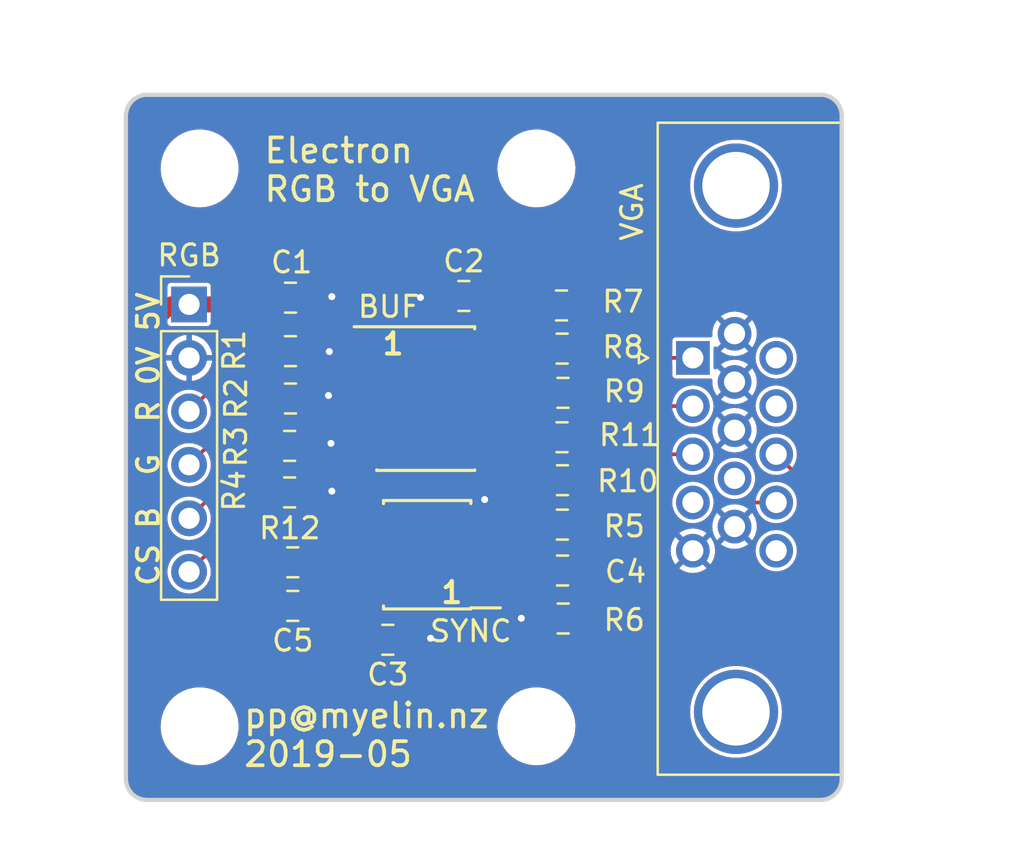
<source format=kicad_pcb>
(kicad_pcb (version 20221018) (generator pcbnew)
  (layers (0 "F.Cu" signal) (31 "B.Cu" signal) (34 "B.Paste" user) (35 "F.Paste" user) (36 "B.SilkS" user "B.Silkscreen") (37 "F.SilkS" user "F.Silkscreen") (38 "B.Mask" user) (39 "F.Mask" user) (44 "Edge.Cuts" user))
  (net 0 "")
  (net 1 "5V")
  (net 2 "R_in")
  (net 3 "G_in")
  (net 4 "B_in")
  (net 5 "CS_in")
  (net 6 "HS")
  (net 7 "VS")
  (net 8 "GND")
  (net 9 "VS_buf")
  (net 10 "HS_buf")
  (net 11 "CS_buf")
  (net 12 "B_buf")
  (net 13 "G_buf")
  (net 14 "R_buf")
  (net 15 "CS_coupled")
  (net 16 "CS_divided")
  (net 17 "RSET")
  (net 18 "R_out")
  (net 19 "G_out")
  (net 20 "HS_out")
  (net 21 "VS_out")
  (net 22 "B_out")
  (footprint "Package_SO:SSOP-20_4.4x6.5mm_P0.65mm" (layer "F.Cu") (at 125.24 75.97)
    (fp_text reference "BUF" (at -1.76 -4.4) (layer "F.SilkS"))
    (fp_text value "74HCT245PW")
    (fp_line (start -3.4 -3.45) (end 2.325 -3.45) (stroke (width 0.15)) (layer "F.SilkS"))
    (fp_line (start -2.325 3.375) (end -2.325 3.35) (stroke (width 0.15)) (layer "F.SilkS"))
    (fp_line (start -2.325 3.375) (end 2.325 3.375) (stroke (width 0.15)) (layer "F.SilkS"))
    (fp_line (start 2.325 -3.45) (end 2.325 -3.35) (stroke (width 0.15)) (layer "F.SilkS"))
    (fp_line (start 2.325 3.375) (end 2.325 3.35) (stroke (width 0.15)) (layer "F.SilkS"))
    (pad "1" smd rect (at -2.9 -2.925) (size 1 0.4) (layers "F.Cu" "F.Paste" "F.Mask") (net 1 "5V"))
    (pad "2" smd rect (at -2.9 -2.275) (size 1 0.4) (layers "F.Cu" "F.Paste" "F.Mask") (net 2 "R_in"))
    (pad "3" smd rect (at -2.9 -1.625) (size 1 0.4) (layers "F.Cu" "F.Paste" "F.Mask") (net 3 "G_in"))
    (pad "4" smd rect (at -2.9 -0.975) (size 1 0.4) (layers "F.Cu" "F.Paste" "F.Mask") (net 4 "B_in"))
    (pad "5" smd rect (at -2.9 -0.325) (size 1 0.4) (layers "F.Cu" "F.Paste" "F.Mask") (net 8 "GND"))
    (pad "6" smd rect (at -2.9 0.325) (size 1 0.4) (layers "F.Cu" "F.Paste" "F.Mask") (net 7 "VS"))
    (pad "7" smd rect (at -2.9 0.975) (size 1 0.4) (layers "F.Cu" "F.Paste" "F.Mask") (net 6 "HS"))
    (pad "8" smd rect (at -2.9 1.625) (size 1 0.4) (layers "F.Cu" "F.Paste" "F.Mask") (net 8 "GND"))
    (pad "9" smd rect (at -2.9 2.275) (size 1 0.4) (layers "F.Cu" "F.Paste" "F.Mask") (net 5 "CS_in"))
    (pad "10" smd rect (at -2.9 2.925) (size 1 0.4) (layers "F.Cu" "F.Paste" "F.Mask") (net 8 "GND"))
    (pad "11" smd rect (at 2.9 2.925) (size 1 0.4) (layers "F.Cu" "F.Paste" "F.Mask") (net 11 "CS_buf"))
    (pad "12" smd rect (at 2.9 2.275) (size 1 0.4) (layers "F.Cu" "F.Paste" "F.Mask"))
    (pad "13" smd rect (at 2.9 1.625) (size 1 0.4) (layers "F.Cu" "F.Paste" "F.Mask") (net 10 "HS_buf"))
    (pad "14" smd rect (at 2.9 0.975) (size 1 0.4) (layers "F.Cu" "F.Paste" "F.Mask") (net 9 "VS_buf"))
    (pad "15" smd rect (at 2.9 0.325) (size 1 0.4) (layers "F.Cu" "F.Paste" "F.Mask"))
    (pad "16" smd rect (at 2.9 -0.325) (size 1 0.4) (layers "F.Cu" "F.Paste" "F.Mask") (net 12 "B_buf"))
    (pad "17" smd rect (at 2.9 -0.975) (size 1 0.4) (layers "F.Cu" "F.Paste" "F.Mask") (net 13 "G_buf"))
    (pad "18" smd rect (at 2.9 -1.625) (size 1 0.4) (layers "F.Cu" "F.Paste" "F.Mask") (net 14 "R_buf"))
    (pad "19" smd rect (at 2.9 -2.275) (size 1 0.4) (layers "F.Cu" "F.Paste" "F.Mask") (net 8 "GND"))
    (pad "20" smd rect (at 2.9 -2.925) (size 1 0.4) (layers "F.Cu" "F.Paste" "F.Mask") (net 1 "5V"))
  )
  (footprint "Capacitor_SMD:C_0805_2012Metric_Pad1.15x1.40mm_HandSolder" (layer "F.Cu") (at 127.05 71.06)
    (fp_text reference "C2" (at 0 -1.65) (layer "F.SilkS"))
    (fp_text value "100n")
    (fp_line (start -0.261252 -0.71) (end 0.261252 -0.71) (stroke (width 0.12)) (layer "F.SilkS"))
    (fp_line (start -0.261252 0.71) (end 0.261252 0.71) (stroke (width 0.12)) (layer "F.SilkS"))
    (pad "1" smd roundrect (at -1.025 0) (size 1.15 1.4) (layers "F.Cu" "F.Paste" "F.Mask") (roundrect_rratio 0.217391) (net 8 "GND"))
    (pad "2" smd roundrect (at 1.025 0) (size 1.15 1.4) (layers "F.Cu" "F.Paste" "F.Mask") (roundrect_rratio 0.217391) (net 1 "5V"))
  )
  (footprint "Capacitor_SMD:C_0805_2012Metric_Pad1.15x1.40mm_HandSolder" (layer "F.Cu") (at 123.44 87.39 180)
    (fp_text reference "C3" (at 0 -1.65 180) (layer "F.SilkS"))
    (fp_text value "100n")
    (fp_line (start -0.261252 -0.71) (end 0.261252 -0.71) (stroke (width 0.12)) (layer "F.SilkS"))
    (fp_line (start -0.261252 0.71) (end 0.261252 0.71) (stroke (width 0.12)) (layer "F.SilkS"))
    (pad "1" smd roundrect (at -1.025 0 180) (size 1.15 1.4) (layers "F.Cu" "F.Paste" "F.Mask") (roundrect_rratio 0.217391) (net 8 "GND"))
    (pad "2" smd roundrect (at 1.025 0 180) (size 1.15 1.4) (layers "F.Cu" "F.Paste" "F.Mask") (roundrect_rratio 0.217391) (net 1 "5V"))
  )
  (footprint "Capacitor_SMD:C_0805_2012Metric_Pad1.15x1.40mm_HandSolder" (layer "F.Cu") (at 131.74 84.1 180)
    (fp_text reference "C4" (at -2.99 -0.06 180) (layer "F.SilkS"))
    (fp_text value "100n")
    (fp_line (start -0.261252 -0.71) (end 0.261252 -0.71) (stroke (width 0.12)) (layer "F.SilkS"))
    (fp_line (start -0.261252 0.71) (end 0.261252 0.71) (stroke (width 0.12)) (layer "F.SilkS"))
    (pad "1" smd roundrect (at -1.025 0 180) (size 1.15 1.4) (layers "F.Cu" "F.Paste" "F.Mask") (roundrect_rratio 0.217391) (net 16 "CS_divided"))
    (pad "2" smd roundrect (at 1.025 0 180) (size 1.15 1.4) (layers "F.Cu" "F.Paste" "F.Mask") (roundrect_rratio 0.217391) (net 15 "CS_coupled"))
  )
  (footprint "Capacitor_SMD:C_0805_2012Metric_Pad1.15x1.40mm_HandSolder" (layer "F.Cu") (at 118.925 85.78 180)
    (fp_text reference "C5" (at 0 -1.65 180) (layer "F.SilkS"))
    (fp_text value "100n")
    (fp_line (start -0.261252 -0.71) (end 0.261252 -0.71) (stroke (width 0.12)) (layer "F.SilkS"))
    (fp_line (start -0.261252 0.71) (end 0.261252 0.71) (stroke (width 0.12)) (layer "F.SilkS"))
    (pad "1" smd roundrect (at -1.025 0 180) (size 1.15 1.4) (layers "F.Cu" "F.Paste" "F.Mask") (roundrect_rratio 0.217391) (net 17 "RSET"))
    (pad "2" smd roundrect (at 1.025 0 180) (size 1.15 1.4) (layers "F.Cu" "F.Paste" "F.Mask") (roundrect_rratio 0.217391) (net 8 "GND"))
  )
  (footprint "Resistor_SMD:R_0805_2012Metric_Pad1.15x1.40mm_HandSolder" (layer "F.Cu") (at 118.815 73.68)
    (fp_text reference "R1" (at -2.675 -0.03 90) (layer "F.SilkS"))
    (fp_text value "10k NF")
    (fp_line (start -0.261252 -0.71) (end 0.261252 -0.71) (stroke (width 0.12)) (layer "F.SilkS"))
    (fp_line (start -0.261252 0.71) (end 0.261252 0.71) (stroke (width 0.12)) (layer "F.SilkS"))
    (pad "1" smd roundrect (at -1.025 0) (size 1.15 1.4) (layers "F.Cu" "F.Paste" "F.Mask") (roundrect_rratio 0.217391) (net 2 "R_in"))
    (pad "2" smd roundrect (at 1.025 0) (size 1.15 1.4) (layers "F.Cu" "F.Paste" "F.Mask") (roundrect_rratio 0.217391) (net 8 "GND"))
  )
  (footprint "Resistor_SMD:R_0805_2012Metric_Pad1.15x1.40mm_HandSolder" (layer "F.Cu") (at 118.815 75.93)
    (fp_text reference "R2" (at -2.585 0 90) (layer "F.SilkS"))
    (fp_text value "10k NF")
    (fp_line (start -0.261252 -0.71) (end 0.261252 -0.71) (stroke (width 0.12)) (layer "F.SilkS"))
    (fp_line (start -0.261252 0.71) (end 0.261252 0.71) (stroke (width 0.12)) (layer "F.SilkS"))
    (pad "1" smd roundrect (at -1.025 0) (size 1.15 1.4) (layers "F.Cu" "F.Paste" "F.Mask") (roundrect_rratio 0.217391) (net 3 "G_in"))
    (pad "2" smd roundrect (at 1.025 0) (size 1.15 1.4) (layers "F.Cu" "F.Paste" "F.Mask") (roundrect_rratio 0.217391) (net 8 "GND"))
  )
  (footprint "Resistor_SMD:R_0805_2012Metric_Pad1.15x1.40mm_HandSolder" (layer "F.Cu") (at 118.775 78.18)
    (fp_text reference "R3" (at -2.54714 0.03422 90) (layer "F.SilkS"))
    (fp_text value "10k NF")
    (fp_line (start -0.261252 -0.71) (end 0.261252 -0.71) (stroke (width 0.12)) (layer "F.SilkS"))
    (fp_line (start -0.261252 0.71) (end 0.261252 0.71) (stroke (width 0.12)) (layer "F.SilkS"))
    (pad "1" smd roundrect (at -1.025 0) (size 1.15 1.4) (layers "F.Cu" "F.Paste" "F.Mask") (roundrect_rratio 0.217391) (net 4 "B_in"))
    (pad "2" smd roundrect (at 1.025 0) (size 1.15 1.4) (layers "F.Cu" "F.Paste" "F.Mask") (roundrect_rratio 0.217391) (net 8 "GND"))
  )
  (footprint "Resistor_SMD:R_0805_2012Metric_Pad1.15x1.40mm_HandSolder" (layer "F.Cu") (at 118.775 80.39)
    (fp_text reference "R4" (at -2.63858 -0.07774 90) (layer "F.SilkS"))
    (fp_text value "10k NF")
    (fp_line (start -0.261252 -0.71) (end 0.261252 -0.71) (stroke (width 0.12)) (layer "F.SilkS"))
    (fp_line (start -0.261252 0.71) (end 0.261252 0.71) (stroke (width 0.12)) (layer "F.SilkS"))
    (pad "1" smd roundrect (at -1.025 0) (size 1.15 1.4) (layers "F.Cu" "F.Paste" "F.Mask") (roundrect_rratio 0.217391) (net 5 "CS_in"))
    (pad "2" smd roundrect (at 1.025 0) (size 1.15 1.4) (layers "F.Cu" "F.Paste" "F.Mask") (roundrect_rratio 0.217391) (net 8 "GND"))
  )
  (footprint "Resistor_SMD:R_0805_2012Metric_Pad1.15x1.40mm_HandSolder" (layer "F.Cu") (at 131.73 81.92)
    (fp_text reference "R5" (at 2.94 0.08) (layer "F.SilkS"))
    (fp_text value "4k TBD")
    (fp_line (start -0.261252 -0.71) (end 0.261252 -0.71) (stroke (width 0.12)) (layer "F.SilkS"))
    (fp_line (start -0.261252 0.71) (end 0.261252 0.71) (stroke (width 0.12)) (layer "F.SilkS"))
    (pad "1" smd roundrect (at -1.025 0) (size 1.15 1.4) (layers "F.Cu" "F.Paste" "F.Mask") (roundrect_rratio 0.217391) (net 11 "CS_buf"))
    (pad "2" smd roundrect (at 1.025 0) (size 1.15 1.4) (layers "F.Cu" "F.Paste" "F.Mask") (roundrect_rratio 0.217391) (net 16 "CS_divided"))
  )
  (footprint "Resistor_SMD:R_0805_2012Metric_Pad1.15x1.40mm_HandSolder" (layer "F.Cu") (at 131.72 73.56)
    (fp_text reference "R8" (at 2.89 -0.07) (layer "F.SilkS"))
    (fp_text value "480R")
    (fp_line (start -0.261252 -0.71) (end 0.261252 -0.71) (stroke (width 0.12)) (layer "F.SilkS"))
    (fp_line (start -0.261252 0.71) (end 0.261252 0.71) (stroke (width 0.12)) (layer "F.SilkS"))
    (pad "1" smd roundrect (at -1.025 0) (size 1.15 1.4) (layers "F.Cu" "F.Paste" "F.Mask") (roundrect_rratio 0.217391) (net 13 "G_buf"))
    (pad "2" smd roundrect (at 1.025 0) (size 1.15 1.4) (layers "F.Cu" "F.Paste" "F.Mask") (roundrect_rratio 0.217391) (net 19 "G_out"))
  )
  (footprint "Resistor_SMD:R_0805_2012Metric_Pad1.15x1.40mm_HandSolder" (layer "F.Cu") (at 131.76 75.66)
    (fp_text reference "R9" (at 2.91 -0.07) (layer "F.SilkS"))
    (fp_text value "480R")
    (fp_line (start -0.261252 -0.71) (end 0.261252 -0.71) (stroke (width 0.12)) (layer "F.SilkS"))
    (fp_line (start -0.261252 0.71) (end 0.261252 0.71) (stroke (width 0.12)) (layer "F.SilkS"))
    (pad "1" smd roundrect (at -1.025 0) (size 1.15 1.4) (layers "F.Cu" "F.Paste" "F.Mask") (roundrect_rratio 0.217391) (net 12 "B_buf"))
    (pad "2" smd roundrect (at 1.025 0) (size 1.15 1.4) (layers "F.Cu" "F.Paste" "F.Mask") (roundrect_rratio 0.217391) (net 22 "B_out"))
  )
  (footprint "Resistor_SMD:R_0805_2012Metric_Pad1.15x1.40mm_HandSolder" (layer "F.Cu") (at 131.735 79.81)
    (fp_text reference "R10" (at 3.1009 0.04506) (layer "F.SilkS"))
    (fp_text value "100R")
    (fp_line (start -0.261252 -0.71) (end 0.261252 -0.71) (stroke (width 0.12)) (layer "F.SilkS"))
    (fp_line (start -0.261252 0.71) (end 0.261252 0.71) (stroke (width 0.12)) (layer "F.SilkS"))
    (pad "1" smd roundrect (at -1.025 0) (size 1.15 1.4) (layers "F.Cu" "F.Paste" "F.Mask") (roundrect_rratio 0.217391) (net 10 "HS_buf"))
    (pad "2" smd roundrect (at 1.025 0) (size 1.15 1.4) (layers "F.Cu" "F.Paste" "F.Mask") (roundrect_rratio 0.217391) (net 20 "HS_out"))
  )
  (footprint "Resistor_SMD:R_0805_2012Metric_Pad1.15x1.40mm_HandSolder" (layer "F.Cu") (at 131.715 77.77)
    (fp_text reference "R11" (at 3.21234 -0.10442) (layer "F.SilkS"))
    (fp_text value "100R")
    (fp_line (start -0.261252 -0.71) (end 0.261252 -0.71) (stroke (width 0.12)) (layer "F.SilkS"))
    (fp_line (start -0.261252 0.71) (end 0.261252 0.71) (stroke (width 0.12)) (layer "F.SilkS"))
    (pad "1" smd roundrect (at -1.025 0) (size 1.15 1.4) (layers "F.Cu" "F.Paste" "F.Mask") (roundrect_rratio 0.217391) (net 9 "VS_buf"))
    (pad "2" smd roundrect (at 1.025 0) (size 1.15 1.4) (layers "F.Cu" "F.Paste" "F.Mask") (roundrect_rratio 0.217391) (net 21 "VS_out"))
  )
  (footprint "Resistor_SMD:R_0805_2012Metric_Pad1.15x1.40mm_HandSolder" (layer "F.Cu") (at 118.925 83.71 180)
    (fp_text reference "R12" (at 0.14444 1.61974 180) (layer "F.SilkS"))
    (fp_text value "681k 1%")
    (fp_line (start -0.261252 -0.71) (end 0.261252 -0.71) (stroke (width 0.12)) (layer "F.SilkS"))
    (fp_line (start -0.261252 0.71) (end 0.261252 0.71) (stroke (width 0.12)) (layer "F.SilkS"))
    (pad "1" smd roundrect (at -1.025 0 180) (size 1.15 1.4) (layers "F.Cu" "F.Paste" "F.Mask") (roundrect_rratio 0.217391) (net 17 "RSET"))
    (pad "2" smd roundrect (at 1.025 0 180) (size 1.15 1.4) (layers "F.Cu" "F.Paste" "F.Mask") (roundrect_rratio 0.217391) (net 8 "GND"))
  )
  (footprint "Package_SO:SOIC-8_3.9x4.9mm_P1.27mm" (layer "F.Cu") (at 125.31 83.35 180)
    (fp_text reference "SYNC" (at -2.07 -3.63 180) (layer "F.SilkS"))
    (fp_text value "EL1883")
    (fp_line (start -2.075 -2.575) (end -2.075 -2.525) (stroke (width 0.15)) (layer "F.SilkS"))
    (fp_line (start -2.075 -2.575) (end 2.075 -2.575) (stroke (width 0.15)) (layer "F.SilkS"))
    (fp_line (start -2.075 -2.525) (end -3.475 -2.525) (stroke (width 0.15)) (layer "F.SilkS"))
    (fp_line (start -2.075 2.575) (end -2.075 2.43) (stroke (width 0.15)) (layer "F.SilkS"))
    (fp_line (start -2.075 2.575) (end 2.075 2.575) (stroke (width 0.15)) (layer "F.SilkS"))
    (fp_line (start 2.075 -2.575) (end 2.075 -2.43) (stroke (width 0.15)) (layer "F.SilkS"))
    (fp_line (start 2.075 2.575) (end 2.075 2.43) (stroke (width 0.15)) (layer "F.SilkS"))
    (pad "1" smd rect (at -2.7 -1.905 180) (size 1.55 0.6) (layers "F.Cu" "F.Paste" "F.Mask"))
    (pad "2" smd rect (at -2.7 -0.635 180) (size 1.55 0.6) (layers "F.Cu" "F.Paste" "F.Mask") (net 15 "CS_coupled"))
    (pad "3" smd rect (at -2.7 0.635 180) (size 1.55 0.6) (layers "F.Cu" "F.Paste" "F.Mask") (net 7 "VS"))
    (pad "4" smd rect (at -2.7 1.905 180) (size 1.55 0.6) (layers "F.Cu" "F.Paste" "F.Mask") (net 8 "GND"))
    (pad "5" smd rect (at 2.7 1.905 180) (size 1.55 0.6) (layers "F.Cu" "F.Paste" "F.Mask"))
    (pad "6" smd rect (at 2.7 0.635 180) (size 1.55 0.6) (layers "F.Cu" "F.Paste" "F.Mask") (net 17 "RSET"))
    (pad "7" smd rect (at 2.7 -0.635 180) (size 1.55 0.6) (layers "F.Cu" "F.Paste" "F.Mask") (net 6 "HS"))
    (pad "8" smd rect (at 2.7 -1.905 180) (size 1.55 0.6) (layers "F.Cu" "F.Paste" "F.Mask") (net 1 "5V"))
  )
  (footprint "Resistor_SMD:R_0805_2012Metric_Pad1.15x1.40mm_HandSolder" (layer "F.Cu") (at 131.77 86.38 180)
    (fp_text reference "R6" (at -2.9 -0.07 180) (layer "F.SilkS"))
    (fp_text value "1k TBD")
    (fp_line (start -0.261252 -0.71) (end 0.261252 -0.71) (stroke (width 0.12)) (layer "F.SilkS"))
    (fp_line (start -0.261252 0.71) (end 0.261252 0.71) (stroke (width 0.12)) (layer "F.SilkS"))
    (pad "1" smd roundrect (at -1.025 0 180) (size 1.15 1.4) (layers "F.Cu" "F.Paste" "F.Mask") (roundrect_rratio 0.217391) (net 16 "CS_divided"))
    (pad "2" smd roundrect (at 1.025 0 180) (size 1.15 1.4) (layers "F.Cu" "F.Paste" "F.Mask") (roundrect_rratio 0.217391) (net 8 "GND"))
  )
  (footprint "Capacitor_SMD:C_0805_2012Metric_Pad1.15x1.40mm_HandSolder" (layer "F.Cu") (at 118.815 71.14 180)
    (fp_text reference "C1" (at -0.055 1.68 180) (layer "F.SilkS"))
    (fp_text value "10u")
    (fp_line (start -0.261252 -0.71) (end 0.261252 -0.71) (stroke (width 0.12)) (layer "F.SilkS"))
    (fp_line (start -0.261252 0.71) (end 0.261252 0.71) (stroke (width 0.12)) (layer "F.SilkS"))
    (pad "1" smd roundrect (at -1.025 0 180) (size 1.15 1.4) (layers "F.Cu" "F.Paste" "F.Mask") (roundrect_rratio 0.217391) (net 8 "GND"))
    (pad "2" smd roundrect (at 1.025 0 180) (size 1.15 1.4) (layers "F.Cu" "F.Paste" "F.Mask") (roundrect_rratio 0.217391) (net 1 "5V"))
  )
  (footprint "Connector_Dsub:DSUB-15-HD_Female_Horizontal_P2.29x1.98mm_EdgePinOffset3.03mm_Housed_MountingHolesOffset4.94mm" (layer "F.Cu") (at 137.93 74 90)
    (fp_text reference "VGA" (at 6.93 -2.89 90) (layer "F.SilkS"))
    (fp_text value "VGA")
    (fp_line (start -19.8 -1.67) (end 11.17 -1.67) (stroke (width 0.12)) (layer "F.SilkS"))
    (fp_line (start -19.8 6.93) (end -19.8 -1.67) (stroke (width 0.12)) (layer "F.SilkS"))
    (fp_line (start -0.25 -2.564338) (end 0.25 -2.564338) (stroke (width 0.12)) (layer "F.SilkS"))
    (fp_line (start 0 -2.131325) (end -0.25 -2.564338) (stroke (width 0.12)) (layer "F.SilkS"))
    (fp_line (start 0.25 -2.564338) (end 0 -2.131325) (stroke (width 0.12)) (layer "F.SilkS"))
    (fp_line (start 11.17 -1.67) (end 11.17 6.93) (stroke (width 0.12)) (layer "F.SilkS"))
    (pad "0" thru_hole circle (at -16.815 2.05 90) (size 4 4) (drill 3.2) (layers "*.Cu" "*.Mask"))
    (pad "0" thru_hole circle (at 8.185 2.05 90) (size 4 4) (drill 3.2) (layers "*.Cu" "*.Mask"))
    (pad "1" thru_hole rect (at 0 0 90) (size 1.6 1.6) (drill 1) (layers "*.Cu" "*.Mask") (net 18 "R_out"))
    (pad "2" thru_hole circle (at -2.29 0 90) (size 1.6 1.6) (drill 1) (layers "*.Cu" "*.Mask") (net 19 "G_out"))
    (pad "3" thru_hole circle (at -4.58 0 90) (size 1.6 1.6) (drill 1) (layers "*.Cu" "*.Mask") (net 22 "B_out"))
    (pad "4" thru_hole circle (at -6.87 0 90) (size 1.6 1.6) (drill 1) (layers "*.Cu" "*.Mask"))
    (pad "5" thru_hole circle (at -9.16 0 90) (size 1.6 1.6) (drill 1) (layers "*.Cu" "*.Mask") (net 8 "GND"))
    (pad "6" thru_hole circle (at 1.145 1.98 90) (size 1.6 1.6) (drill 1) (layers "*.Cu" "*.Mask") (net 8 "GND"))
    (pad "7" thru_hole circle (at -1.145 1.98 90) (size 1.6 1.6) (drill 1) (layers "*.Cu" "*.Mask") (net 8 "GND"))
    (pad "8" thru_hole circle (at -3.435 1.98 90) (size 1.6 1.6) (drill 1) (layers "*.Cu" "*.Mask") (net 8 "GND"))
    (pad "9" thru_hole circle (at -5.725 1.98 90) (size 1.6 1.6) (drill 1) (layers "*.Cu" "*.Mask"))
    (pad "10" thru_hole circle (at -8.015 1.98 90) (size 1.6 1.6) (drill 1) (layers "*.Cu" "*.Mask") (net 8 "GND"))
    (pad "11" thru_hole circle (at 0 3.96 90) (size 1.6 1.6) (drill 1) (layers "*.Cu" "*.Mask"))
    (pad "12" thru_hole circle (at -2.29 3.96 90) (size 1.6 1.6) (drill 1) (layers "*.Cu" "*.Mask"))
    (pad "13" thru_hole circle (at -4.58 3.96 90) (size 1.6 1.6) (drill 1) (layers "*.Cu" "*.Mask") (net 20 "HS_out"))
    (pad "14" thru_hole circle (at -6.87 3.96 90) (size 1.6 1.6) (drill 1) (layers "*.Cu" "*.Mask") (net 21 "VS_out"))
    (pad "15" thru_hole circle (at -9.16 3.96 90) (size 1.6 1.6) (drill 1) (layers "*.Cu" "*.Mask"))
  )
  (footprint "Connector_PinHeader_2.54mm:PinHeader_1x06_P2.54mm_Vertical" (layer "F.Cu") (at 114 71.46)
    (fp_text reference "RGB" (at 0 -2.33) (layer "F.SilkS"))
    (fp_text value "RGB")
    (fp_line (start -1.33 -1.33) (end 0 -1.33) (stroke (width 0.12)) (layer "F.SilkS"))
    (fp_line (start -1.33 0) (end -1.33 -1.33) (stroke (width 0.12)) (layer "F.SilkS"))
    (fp_line (start -1.33 1.27) (end -1.33 14.03) (stroke (width 0.12)) (layer "F.SilkS"))
    (fp_line (start -1.33 1.27) (end 1.33 1.27) (stroke (width 0.12)) (layer "F.SilkS"))
    (fp_line (start -1.33 14.03) (end 1.33 14.03) (stroke (width 0.12)) (layer "F.SilkS"))
    (fp_line (start 1.33 1.27) (end 1.33 14.03) (stroke (width 0.12)) (layer "F.SilkS"))
    (pad "1" thru_hole rect (at 0 0) (size 1.7 1.7) (drill 1) (layers "*.Cu" "*.Mask") (net 1 "5V"))
    (pad "2" thru_hole oval (at 0 2.54) (size 1.7 1.7) (drill 1) (layers "*.Cu" "*.Mask") (net 8 "GND"))
    (pad "3" thru_hole oval (at 0 5.08) (size 1.7 1.7) (drill 1) (layers "*.Cu" "*.Mask") (net 2 "R_in"))
    (pad "4" thru_hole oval (at 0 7.62) (size 1.7 1.7) (drill 1) (layers "*.Cu" "*.Mask") (net 3 "G_in"))
    (pad "5" thru_hole oval (at 0 10.16) (size 1.7 1.7) (drill 1) (layers "*.Cu" "*.Mask") (net 4 "B_in"))
    (pad "6" thru_hole oval (at 0 12.7) (size 1.7 1.7) (drill 1) (layers "*.Cu" "*.Mask") (net 5 "CS_in"))
  )
  (footprint "MountingHole:MountingHole_3.2mm_M3" (layer "F.Cu") (at 114.5 65)
    (fp_text reference "REF**" hide)
    (fp_text value "MountingHole_3.2mm_M3")
    (pad "" np_thru_hole circle (at 0 0) (size 3.2 3.2) (drill 3.2) (layers "*.Cu" "*.Mask"))
  )
  (footprint "MountingHole:MountingHole_3.2mm_M3" (layer "F.Cu") (at 114.5 91.5)
    (fp_text reference "REF**" hide)
    (fp_text value "MountingHole_3.2mm_M3")
    (pad "" np_thru_hole circle (at 0 0) (size 3.2 3.2) (drill 3.2) (layers "*.Cu" "*.Mask"))
  )
  (footprint "MountingHole:MountingHole_3.2mm_M3" (layer "F.Cu") (at 130.5 65)
    (fp_text reference "REF**" hide)
    (fp_text value "MountingHole_3.2mm_M3")
    (pad "" np_thru_hole circle (at 0 0) (size 3.2 3.2) (drill 3.2) (layers "*.Cu" "*.Mask"))
  )
  (footprint "MountingHole:MountingHole_3.2mm_M3" (layer "F.Cu") (at 130.5 91.5)
    (fp_text reference "REF**" hide)
    (fp_text value "MountingHole_3.2mm_M3")
    (pad "" np_thru_hole circle (at 0 0) (size 3.2 3.2) (drill 3.2) (layers "*.Cu" "*.Mask"))
  )
  (footprint "Resistor_SMD:R_0805_2012Metric_Pad1.15x1.40mm_HandSolder" (layer "F.Cu") (at 131.69 71.51)
    (fp_text reference "R7" (at 2.92 -0.18) (layer "F.SilkS"))
    (fp_text value "480R")
    (fp_line (start -0.261252 -0.71) (end 0.261252 -0.71) (stroke (width 0.12)) (layer "F.SilkS"))
    (fp_line (start -0.261252 0.71) (end 0.261252 0.71) (stroke (width 0.12)) (layer "F.SilkS"))
    (pad "1" smd roundrect (at -1.025 0) (size 1.15 1.4) (layers "F.Cu" "F.Paste" "F.Mask") (roundrect_rratio 0.217391) (net 14 "R_buf"))
    (pad "2" smd roundrect (at 1.025 0) (size 1.15 1.4) (layers "F.Cu" "F.Paste" "F.Mask") (roundrect_rratio 0.217391) (net 18 "R_out"))
  )
  (gr_arc (start 112 95) (mid 111.292893 94.707107) (end 111 94) (stroke (width 0.2)) (layer "Edge.Cuts"))
  (gr_line (start 144 95) (end 112 95) (stroke (width 0.2)) (layer "Edge.Cuts"))
  (gr_arc (start 144 61.5) (mid 144.707107 61.792893) (end 145 62.5) (stroke (width 0.2)) (layer "Edge.Cuts"))
  (gr_arc (start 111 62.5) (mid 111.292893 61.792893) (end 112 61.5) (stroke (width 0.2)) (layer "Edge.Cuts"))
  (gr_line (start 112 61.5) (end 144 61.5) (stroke (width 0.2)) (layer "Edge.Cuts"))
  (gr_arc (start 145 94) (mid 144.707107 94.707107) (end 144 95) (stroke (width 0.2)) (layer "Edge.Cuts"))
  (gr_line (start 111 94) (end 111 62.5) (stroke (width 0.2)) (layer "Edge.Cuts"))
  (gr_line (start 145 62.5) (end 145 94) (stroke (width 0.2)) (layer "Edge.Cuts"))
  (gr_text "pp@myelin.nz\n2019-05" (at 116.51 91.91) (layer "F.SilkS") (effects (font (size 1.143 1.143) (thickness 0.1778)) (justify left)))
  (gr_text "1" (at 126.48 85.15) (layer "F.SilkS") (effects (font (size 1 1) (thickness 0.2))))
  (gr_text "CS B  G  R 0V 5V" (at 112.06226 77.85354 90) (layer "F.SilkS") (effects (font (size 1 1) (thickness 0.1778))))
  (gr_text "1" (at 123.69 73.34) (layer "F.SilkS") (effects (font (size 1 1) (thickness 0.2))))
  (gr_text "Electron\nRGB to VGA" (at 117.48 65.07) (layer "F.SilkS") (effects (font (size 1.143 1.143) (thickness 0.1778)) (justify left)))
  (segment (start 122.61 85.255) (end 122.61 87.195) (width 0.508) (layer "F.Cu") (net 1))
  (segment (start 127.572001 69.152001) (end 128.08 69.66) (width 0.762) (layer "F.Cu") (net 1))
  (segment (start 120.53 88.25) (end 121.39 87.39) (width 0.762) (layer "F.Cu") (net 1))
  (segment (start 117.79 71.14) (end 118.75671 72.10671) (width 0.1778) (layer "F.Cu") (net 1))
  (segment (start 121.6622 73.045) (end 122.34 73.045) (width 0.1778) (layer "F.Cu") (net 1))
  (segment (start 127.532001 69.112001) (end 127.572001 69.152001) (width 0.762) (layer "F.Cu") (net 1))
  (segment (start 112.07 72.55) (end 112.07 84.8) (width 0.762) (layer "F.Cu") (net 1))
  (segment (start 120.72391 72.10671) (end 121.6622 73.045) (width 0.1778) (layer "F.Cu") (net 1))
  (segment (start 118.75671 72.10671) (end 120.72391 72.10671) (width 0.1778) (layer "F.Cu") (net 1))
  (segment (start 118.317999 69.112001) (end 127.532001 69.112001) (width 0.762) (layer "F.Cu") (net 1))
  (segment (start 117.79 69.64) (end 117.81 69.62) (width 0.762) (layer "F.Cu") (net 1))
  (segment (start 115.52 88.25) (end 120.53 88.25) (width 0.762) (layer "F.Cu") (net 1))
  (segment (start 117.79 71.14) (end 117.79 69.64) (width 0.762) (layer "F.Cu") (net 1))
  (segment (start 114 71.46) (end 117.47 71.46) (width 0.762) (layer "F.Cu") (net 1))
  (segment (start 117.81 69.62) (end 118.317999 69.112001) (width 0.762) (layer "F.Cu") (net 1))
  (segment (start 122.61 87.195) (end 122.415 87.39) (width 0.508) (layer "F.Cu") (net 1))
  (segment (start 114 71.46) (end 113.16 71.46) (width 0.762) (layer "F.Cu") (net 1))
  (segment (start 112.07 84.8) (end 115.52 88.25) (width 0.762) (layer "F.Cu") (net 1))
  (segment (start 128.075 71.06) (end 128.075 69.665) (width 0.762) (layer "F.Cu") (net 1))
  (segment (start 121.39 87.39) (end 122.415 87.39) (width 0.762) (layer "F.Cu") (net 1))
  (segment (start 128.075 69.665) (end 128.08 69.66) (width 0.762) (layer "F.Cu") (net 1))
  (segment (start 117.47 71.46) (end 117.79 71.14) (width 0.762) (layer "F.Cu") (net 1))
  (segment (start 128.075 71.06) (end 128.075 72.98) (width 0.508) (layer "F.Cu") (net 1))
  (segment (start 113.16 71.46) (end 112.07 72.55) (width 0.762) (layer "F.Cu") (net 1))
  (segment (start 128.075 72.98) (end 128.14 73.045) (width 0.508) (layer "F.Cu") (net 1))
  (segment (start 116.86 73.68) (end 117.79 73.68) (width 0.1778) (layer "F.Cu") (net 2))
  (segment (start 121.6622 73.695) (end 122.34 73.695) (width 0.1778) (layer "F.Cu") (net 2))
  (segment (start 114 76.54) (end 116.86 73.68) (width 0.1778) (layer "F.Cu") (net 2))
  (segment (start 120.68049 72.71329) (end 121.6622 73.695) (width 0.1778) (layer "F.Cu") (net 2))
  (segment (start 118.75671 72.71329) (end 120.68049 72.71329) (width 0.1778) (layer "F.Cu") (net 2))
  (segment (start 117.79 73.68) (end 118.75671 72.71329) (width 0.1778) (layer "F.Cu") (net 2))
  (segment (start 117.15 75.93) (end 117.79 75.93) (width 0.1778) (layer "F.Cu") (net 3))
  (segment (start 114 79.08) (end 117.15 75.93) (width 0.1778) (layer "F.Cu") (net 3))
  (segment (start 118.75671 74.96329) (end 120.67671 74.96329) (width 0.1778) (layer "F.Cu") (net 3))
  (segment (start 117.79 75.93) (end 118.75671 74.96329) (width 0.1778) (layer "F.Cu") (net 3))
  (segment (start 120.67671 74.96329) (end 121.295 74.345) (width 0.1778) (layer "F.Cu") (net 3))
  (segment (start 121.295 74.345) (end 122.34 74.345) (width 0.1778) (layer "F.Cu") (net 3))
  (segment (start 121.293102 76.11309) (end 121.293102 75.364098) (width 0.1778) (layer "F.Cu") (net 4))
  (segment (start 117.75 78.18) (end 118.71671 77.21329) (width 0.1778) (layer "F.Cu") (net 4))
  (segment (start 118.71671 77.21329) (end 120.192902 77.21329) (width 0.1778) (layer "F.Cu") (net 4))
  (segment (start 114 81.62) (end 117.44 78.18) (width 0.1778) (layer "F.Cu") (net 4))
  (segment (start 120.192902 77.21329) (end 121.293102 76.11309) (width 0.1778) (layer "F.Cu") (net 4))
  (segment (start 117.44 78.18) (end 117.75 78.18) (width 0.1778) (layer "F.Cu") (net 4))
  (segment (start 121.6622 74.995) (end 122.34 74.995) (width 0.1778) (layer "F.Cu") (net 4))
  (segment (start 121.293102 75.364098) (end 121.6622 74.995) (width 0.1778) (layer "F.Cu") (net 4))
  (segment (start 118.71671 79.42329) (end 120.372902 79.42329) (width 0.1778) (layer "F.Cu") (net 5))
  (segment (start 121.551192 78.245) (end 121.6622 78.245) (width 0.1778) (layer "F.Cu") (net 5))
  (segment (start 120.372902 79.42329) (end 121.551192 78.245) (width 0.1778) (layer "F.Cu") (net 5))
  (segment (start 117.75 80.39) (end 118.71671 79.42329) (width 0.1778) (layer "F.Cu") (net 5))
  (segment (start 121.6622 78.245) (end 122.34 78.245) (width 0.1778) (layer "F.Cu") (net 5))
  (segment (start 114 84.16) (end 117.75 80.41) (width 0.1778) (layer "F.Cu") (net 5))
  (segment (start 117.75 80.41) (end 117.75 80.39) (width 0.1778) (layer "F.Cu") (net 5))
  (segment (start 124.23 78.1572) (end 123.0178 76.945) (width 0.1778) (layer "F.Cu") (net 6))
  (segment (start 124.23 82.84) (end 124.23 78.1572) (width 0.1778) (layer "F.Cu") (net 6))
  (segment (start 122.61 83.985) (end 123.085 83.985) (width 0.1778) (layer "F.Cu") (net 6))
  (segment (start 123.0178 76.945) (end 122.34 76.945) (width 0.1778) (layer "F.Cu") (net 6))
  (segment (start 123.085 83.985) (end 124.23 82.84) (width 0.1778) (layer "F.Cu") (net 6))
  (segment (start 125.31 78) (end 125.31 81.09) (width 0.1778) (layer "F.Cu") (net 7))
  (segment (start 125.31 81.09) (end 126.935 82.715) (width 0.1778) (layer "F.Cu") (net 7))
  (segment (start 123.605 76.295) (end 125.31 78) (width 0.1778) (layer "F.Cu") (net 7))
  (segment (start 122.34 76.295) (end 123.605 76.295) (width 0.1778) (layer "F.Cu") (net 7))
  (segment (start 126.935 82.715) (end 128.01 82.715) (width 0.1778) (layer "F.Cu") (net 7))
  (segment (start 129.01 73.5028) (end 129.01 72.53) (width 0.1778) (layer "F.Cu") (net 8))
  (segment (start 122.34 77.595) (end 123.0178 77.595) (width 0.1778) (layer "F.Cu") (net 8))
  (segment (start 139.91 72.855) (end 139.91 73.29088) (width 0.508) (layer "F.Cu") (net 8))
  (segment (start 120.64 73.68) (end 120.66 73.7) (width 0.1778) (layer "F.Cu") (net 8))
  (segment (start 124.465 87.39) (end 125.4 87.39) (width 0.1778) (layer "F.Cu") (net 8))
  (segment (start 119.84 73.68) (end 120.64 73.68) (width 0.1778) (layer "F.Cu") (net 8))
  (segment (start 129.79 86.38) (end 129.78 86.37) (width 0.1778) (layer "F.Cu") (net 8))
  (segment (start 125.4 87.39) (end 125.47 87.32) (width 0.1778) (layer "F.Cu") (net 8))
  (segment (start 120.73 71.14) (end 120.78 71.09) (width 0.1778) (layer "F.Cu") (net 8))
  (segment (start 120.72 80.39) (end 120.78 80.33) (width 0.1778) (layer "F.Cu") (net 8))
  (segment (start 126.025 71.06) (end 125.06 71.06) (width 0.1778) (layer "F.Cu") (net 8))
  (segment (start 119.8 80.39) (end 120.72 80.39) (width 0.1778) (layer "F.Cu") (net 8))
  (segment (start 119.84 75.93) (end 120.48 75.93) (width 0.1778) (layer "F.Cu") (net 8))
  (segment (start 123.0178 77.595) (end 123.55 78.1272) (width 0.1778) (layer "F.Cu") (net 8))
  (segment (start 119.8 78.18) (end 120.62 78.18) (width 0.1778) (layer "F.Cu") (net 8))
  (segment (start 128.8178 73.695) (end 129.01 73.5028) (width 0.1778) (layer "F.Cu") (net 8))
  (segment (start 128.01 81.445) (end 128.01 80.76) (width 0.1778) (layer "F.Cu") (net 8))
  (segment (start 120.62 78.18) (end 120.74 78.06) (width 0.1778) (layer "F.Cu") (net 8))
  (segment (start 123.55 78.1272) (end 123.55 78.45) (width 0.1778) (layer "F.Cu") (net 8))
  (segment (start 128.14 73.695) (end 128.8178 73.695) (width 0.1778) (layer "F.Cu") (net 8))
  (segment (start 130.745 86.38) (end 129.79 86.38) (width 0.1778) (layer "F.Cu") (net 8))
  (segment (start 125.06 71.06) (end 124.99 71.13) (width 0.1778) (layer "F.Cu") (net 8))
  (segment (start 128.01 80.76) (end 128.04 80.73) (width 0.1778) (layer "F.Cu") (net 8))
  (segment (start 120.48 75.93) (end 120.62 75.79) (width 0.1778) (layer "F.Cu") (net 8))
  (segment (start 119.84 71.14) (end 120.73 71.14) (width 0.1778) (layer "F.Cu") (net 8))
  (via (at 120.78 80.33) (size 0.8128) (drill 0.3302) (layers "F.Cu" "B.Cu") (net 8))
  (via (at 120.66 73.7) (size 0.8128) (drill 0.3302) (layers "F.Cu" "B.Cu") (net 8))
  (via (at 128.04 80.73) (size 0.8128) (drill 0.3302) (layers "F.Cu" "B.Cu") (net 8))
  (via (at 124.99 71.13) (size 0.8128) (drill 0.3302) (layers "F.Cu" "B.Cu") (net 8))
  (via (at 129.78 86.37) (size 0.8128) (drill 0.3302) (layers "F.Cu" "B.Cu") (net 8))
  (via (at 125.47 87.32) (size 0.8128) (drill 0.3302) (layers "F.Cu" "B.Cu") (net 8))
  (via (at 120.62 75.79) (size 0.8128) (drill 0.3302) (layers "F.Cu" "B.Cu") (net 8))
  (via (at 120.74 78.06) (size 0.8128) (drill 0.3302) (layers "F.Cu" "B.Cu") (net 8))
  (via (at 120.78 71.09) (size 0.8128) (drill 0.3302) (layers "F.Cu" "B.Cu") (net 8))
  (segment (start 129.865 76.945) (end 130.69 77.77) (width 0.1778) (layer "F.Cu") (net 9))
  (segment (start 128.14 76.945) (end 129.865 76.945) (width 0.1778) (layer "F.Cu") (net 9))
  (segment (start 128.14 77.595) (end 128.8178 77.595) (width 0.1778) (layer "F.Cu") (net 10))
  (segment (start 129.31 78.0872) (end 129.31 78.41) (width 0.1778) (layer "F.Cu") (net 10))
  (segment (start 129.31 78.41) (end 130.71 79.81) (width 0.1778) (layer "F.Cu") (net 10))
  (segment (start 128.8178 77.595) (end 129.31 78.0872) (width 0.1778) (layer "F.Cu") (net 10))
  (segment (start 128.14 78.895) (end 128.14 79.355) (width 0.1778) (layer "F.Cu") (net 11))
  (segment (start 128.14 79.355) (end 130.705 81.92) (width 0.1778) (layer "F.Cu") (net 11))
  (segment (start 130.72 75.645) (end 130.735 75.66) (width 0.1778) (layer "F.Cu") (net 12))
  (segment (start 128.14 75.645) (end 130.72 75.645) (width 0.1778) (layer "F.Cu") (net 12))
  (segment (start 128.14 74.995) (end 129.26 74.995) (width 0.1778) (layer "F.Cu") (net 13))
  (segment (start 129.26 74.995) (end 130.695 73.56) (width 0.1778) (layer "F.Cu") (net 13))
  (segment (start 128.14 74.345) (end 128.8178 74.345) (width 0.1778) (layer "F.Cu") (net 14))
  (segment (start 128.8178 74.345) (end 129.45 73.7128) (width 0.1778) (layer "F.Cu") (net 14))
  (segment (start 129.45 72.725) (end 130.041628 72.133372) (width 0.1778) (layer "F.Cu") (net 14))
  (segment (start 129.45 73.7128) (end 129.45 72.725) (width 0.1778) (layer "F.Cu") (net 14))
  (segment (start 130.041628 72.133372) (end 130.665 71.51) (width 0.1778) (layer "F.Cu") (net 14))
  (segment (start 130.6 83.985) (end 130.715 84.1) (width 0.1778) (layer "F.Cu") (net 15))
  (segment (start 128.01 83.985) (end 130.6 83.985) (width 0.1778) (layer "F.Cu") (net 15))
  (segment (start 132.765 86.35) (end 132.795 86.38) (width 0.1778) (layer "F.Cu") (net 16))
  (segment (start 132.755 84.09) (end 132.765 84.1) (width 0.1778) (layer "F.Cu") (net 16))
  (segment (start 132.755 81.92) (end 132.755 84.09) (width 0.1778) (layer "F.Cu") (net 16))
  (segment (start 132.765 84.1) (end 132.765 86.35) (width 0.1778) (layer "F.Cu") (net 16))
  (segment (start 119.95 85.78) (end 119.95 83.71) (width 0.1778) (layer "F.Cu") (net 17))
  (segment (start 120.945 82.715) (end 122.61 82.715) (width 0.1778) (layer "F.Cu") (net 17))
  (segment (start 119.95 83.71) (end 120.945 82.715) (width 0.1778) (layer "F.Cu") (net 17))
  (segment (start 135.87 74) (end 137.93 74) (width 0.1778) (layer "F.Cu") (net 18))
  (segment (start 132.715 71.51) (end 133.38 71.51) (width 0.1778) (layer "F.Cu") (net 18))
  (segment (start 133.38 71.51) (end 135.87 74) (width 0.1778) (layer "F.Cu") (net 18))
  (segment (start 132.745 73.56) (end 133.34 73.56) (width 0.1778) (layer "F.Cu") (net 19))
  (segment (start 136.07 76.29) (end 137.93 76.29) (width 0.1778) (layer "F.Cu") (net 19))
  (segment (start 133.34 73.56) (end 136.07 76.29) (width 0.1778) (layer "F.Cu") (net 19))
  (segment (start 143.78 83.8) (end 143.78 80.47) (width 0.1778) (layer "F.Cu") (net 20))
  (segment (start 135.4 83.39) (end 136.95 84.94) (width 0.1778) (layer "F.Cu") (net 20))
  (segment (start 133.435 79.81) (end 135.4 81.775) (width 0.1778) (layer "F.Cu") (net 20))
  (segment (start 135.4 81.775) (end 135.4 83.39) (width 0.1778) (layer "F.Cu") (net 20))
  (segment (start 136.95 84.94) (end 142.64 84.94) (width 0.1778) (layer "F.Cu") (net 20))
  (segment (start 142.64 84.94) (end 143.78 83.8) (width 0.1778) (layer "F.Cu") (net 20))
  (segment (start 132.76 79.81) (end 133.435 79.81) (width 0.1778) (layer "F.Cu") (net 20))
  (segment (start 143.78 80.47) (end 141.89 78.58) (width 0.1778) (layer "F.Cu") (net 20))
  (segment (start 135.36 79.74) (end 138.378718 79.74) (width 0.1778) (layer "F.Cu") (net 21))
  (segment (start 132.74 77.77) (end 133.39 77.77) (width 0.1778) (layer "F.Cu") (net 21))
  (segment (start 133.39 77.77) (end 135.36 79.74) (width 0.1778) (layer "F.Cu") (net 21))
  (segment (start 139.508718 80.87) (end 141.89 80.87) (width 0.1778) (layer "F.Cu") (net 21))
  (segment (start 138.378718 79.74) (end 139.508718 80.87) (width 0.1778) (layer "F.Cu") (net 21))
  (segment (start 133.46 75.66) (end 136.38 78.58) (width 0.1778) (layer "F.Cu") (net 22))
  (segment (start 132.785 75.66) (end 133.46 75.66) (width 0.1778) (layer "F.Cu") (net 22))
  (segment (start 136.38 78.58) (end 136.79863 78.58) (width 0.1778) (layer "F.Cu") (net 22))
  (segment (start 136.79863 78.58) (end 137.93 78.58) (width 0.1778) (layer "F.Cu") (net 22))
  (zone (net 8) (net_name "GND") (layer "F.Cu") (connect_pads (clearance 0.1778)) (min_thickness 0.1778) (fill yes (thermal_gap 0.254) (thermal_bridge_width 0.254))
    (polygon (pts (xy 108 57) (xy 147 57) (xy 147 98) (xy 108 98)))
  )
  (zone (net 8) (net_name "GND") (layer "B.Cu") (connect_pads (clearance 0.1778)) (min_thickness 0.1778) (fill yes (thermal_gap 0.254) (thermal_bridge_width 0.254))
    (polygon (pts (xy 107 58) (xy 148 58) (xy 148 97) (xy 107 97)))
  )
)
</source>
